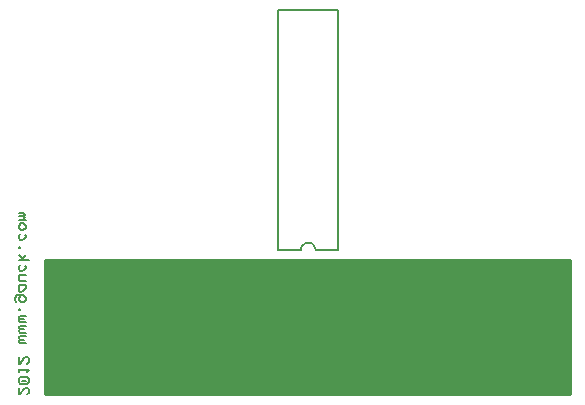
<source format=gbo>
%FSTAX24Y24*%
%MOIN*%
%IN card16pad.gbo *%
%ADD10C,0.0050*%
%ADD11C,0.0057*%
%ADD12C,0.0100*%
D11*X000589Y000291D02*G01X000646Y000348D01*Y000463D01*X000589Y00052D01*
X000532D01*X000475Y000463D01*X00036Y000291D01*X000303D01*Y00052D01*
X000589Y000863D02*X000646Y000805D01*Y000691D01*X000589Y000634D01*
X00036D01*X000303Y000691D01*Y000805D01*X00036Y000863D01*X000589D01*
X000532Y000748D02*X000417D01*X000589Y001034D02*X000646Y001091D01*
X000303D01*Y001148D01*Y001091D02*Y001034D01*X000589Y00132D02*
X000646Y001377D01*Y001491D01*X000589Y001548D01*X000532D01*
X000475Y001491D01*X00036Y00132D01*X000303D01*Y001548D01*
X000532Y002005D02*X00036D01*X000303Y002048D01*Y002077D01*
X00036Y00212D01*X000303Y002163D01*Y002191D01*X00036Y002234D01*
X000532D01*X00036Y00212D02*X000489D01*X000532Y002348D02*X00036D01*
X000303Y002391D01*Y00242D01*X00036Y002463D01*X000303Y002505D01*
Y002534D01*X00036Y002577D01*X000532D01*X00036Y002463D02*X000489D01*
X000532Y002691D02*X00036D01*X000303Y002734D01*Y002763D01*
X00036Y002805D01*X000303Y002848D01*Y002877D01*X00036Y00292D01*
X000532D01*X00036Y002805D02*X000489D01*X000303Y00312D02*Y003148D01*
X000332D01*Y00312D01*X000303D01*X000375Y003591D02*X000303Y00352D01*
Y003448D01*X000375Y003377D01*X000475D01*X000532Y003448D01*Y00352D01*
X00046Y003591D01*X000246D01*X000175Y00352D01*Y003448D01*
X000217Y003377D01*X000303Y003948D02*X000532D01*X000377Y00372D02*
X000449Y00374D01*X000497Y003771D01*X000523Y003811D01*X000532Y00384D01*
Y003863D01*Y003903D01*X000509Y003948D01*X000375Y00372D02*X000357D01*
X000346Y003723D01*X000332Y003731D01*X00032Y003751D01*X000303Y003791D01*
Y003854D01*X000329Y003914D01*X00036Y003948D01*X000532Y004277D02*
X000303D01*X00036D02*X000303Y00422D01*Y00412D01*X00036Y004063D01*
X000532D01*Y004563D02*X000503D01*X000532Y00452D01*Y004505D01*
X000517Y004477D01*X000475Y004434D01*X000403Y004405D01*X000375D01*
X000332Y00442D01*X000303Y004477D01*Y004548D01*X000346Y00462D01*
X000646Y004777D02*X000303D01*X000389D02*X00056Y004948D01*X000303D02*
X000432Y00482D01*X000303Y005177D02*Y005205D01*X000332D01*Y005177D01*
X000303D01*X000532Y005591D02*X000503D01*X000532Y005548D01*Y005534D01*
X000517Y005505D01*X000475Y005463D01*X000403Y005434D01*X000375D01*
X000332Y005448D01*X000303Y005505D01*Y005577D01*X000346Y005648D01*
X000375Y005777D02*X00046D01*X000532Y005848D01*Y00592D01*
X00046Y005991D01*X000375D01*X000303Y00592D01*Y005848D01*
X000375Y005777D01*X000303Y006227D02*X00046D01*X000531Y00628D01*
X00046Y006334D01*X000303D01*X00046Y00612D02*X000531Y006173D01*
X00046Y006227D01*X00056Y00612D02*X000303D01*D12*X001189Y000384D02*
X018689D01*X001189Y000433D02*X018689D01*X001189Y000483D02*X018689D01*
X001189Y000532D02*X018689D01*X001189Y000582D02*X018689D01*
X001189Y000631D02*X018689D01*X001189Y00068D02*X018689D01*
X001189Y00073D02*X018689D01*X001189Y000779D02*X018689D01*
X001189Y000829D02*X018689D01*X001189Y000878D02*X018689D01*
X001189Y000928D02*X018689D01*X001189Y000977D02*X018689D01*
X001189Y001027D02*X018689D01*X001189Y001076D02*X018689D01*
X001189Y001125D02*X018689D01*X001189Y001175D02*X018689D01*
X001189Y001224D02*X018689D01*X001189Y001274D02*X018689D01*
X001189Y001323D02*X018689D01*X001189Y001373D02*X018689D01*
X001189Y001422D02*X018689D01*X001189Y001472D02*X018689D01*
X001189Y001521D02*X018689D01*X001189Y00157D02*X018689D01*
X001189Y00162D02*X018689D01*X001189Y001669D02*X018689D01*
X001189Y001719D02*X018689D01*X001189Y001768D02*X018689D01*
X001189Y001818D02*X018689D01*X001189Y001867D02*X018689D01*
X001189Y001916D02*X018689D01*X001189Y001966D02*X018689D01*
X001189Y002015D02*X018689D01*X001189Y002065D02*X018689D01*
X001189Y002114D02*X018689D01*X001189Y002164D02*X018689D01*
X001189Y002213D02*X018689D01*X001189Y002263D02*X018689D01*
X001189Y002312D02*X018689D01*X001189Y002361D02*X018689D01*
X001189Y002411D02*X018689D01*X001189Y00246D02*X018689D01*
X001189Y00251D02*X018689D01*X001189Y002559D02*X018689D01*
X001189Y002609D02*X018689D01*X001189Y002658D02*X018689D01*
X001189Y002707D02*X018689D01*X001189Y002757D02*X018689D01*
X001189Y002806D02*X018689D01*X001189Y002856D02*X018689D01*
X001189Y002905D02*X018689D01*X001189Y002955D02*X018689D01*
X001189Y003004D02*X018689D01*X001189Y003054D02*X018689D01*
X001189Y003103D02*X018689D01*X001189Y003152D02*X018689D01*
X001189Y003202D02*X018689D01*X001189Y003251D02*X018689D01*
X001189Y003301D02*X018689D01*X001189Y00335D02*X018689D01*
X001189Y0034D02*X018689D01*X001189Y003449D02*X018689D01*
X001189Y003498D02*X018689D01*X001189Y003548D02*X018689D01*
X001189Y003597D02*X018689D01*X001189Y003647D02*X018689D01*
X001189Y003696D02*X018689D01*X001189Y003746D02*X018689D01*
X001189Y003795D02*X018689D01*X001189Y003845D02*X018689D01*
X001189Y003894D02*X018689D01*X001189Y003943D02*X018689D01*
X001189Y003993D02*X018689D01*X001189Y004042D02*X018689D01*
X001189Y004092D02*X018689D01*X001189Y004141D02*X018689D01*
X001189Y004191D02*X018689D01*X001189Y00424D02*X018689D01*
X001189Y004289D02*X018689D01*X001189Y004339D02*X018689D01*
X001189Y004388D02*X018689D01*X001189Y004438D02*X018689D01*
X001189Y004487D02*X018689D01*X001189Y004537D02*X018689D01*
X001189Y004586D02*X018689D01*X001189Y004636D02*X018689D01*
X001189Y004685D02*X018689D01*X001189Y004734D02*X018689D01*
X001185Y000316D02*X018685D01*X001185Y000366D02*X018685D01*
X001185Y000415D02*X018685D01*X001185Y000464D02*X018685D01*
X001185Y000514D02*X018685D01*X001185Y000563D02*X018685D01*
X001185Y000613D02*X018685D01*X001185Y000662D02*X018685D01*
X001185Y000712D02*X018685D01*X001185Y000761D02*X018685D01*
X001185Y000811D02*X018685D01*X001185Y00086D02*X018685D01*
X001185Y000909D02*X018685D01*X001185Y000959D02*X018685D01*
X001185Y001008D02*X018685D01*X001185Y001058D02*X018685D01*
X001185Y001107D02*X018685D01*X001185Y001157D02*X018685D01*
X001185Y001206D02*X018685D01*X001185Y001255D02*X018685D01*
X001185Y001305D02*X018685D01*X001185Y001354D02*X018685D01*
X001185Y001404D02*X018685D01*X001185Y001453D02*X018685D01*
X001185Y001503D02*X018685D01*X001185Y001552D02*X018685D01*
X001185Y001602D02*X018685D01*X001185Y001651D02*X018685D01*
X001185Y0017D02*X018685D01*X001185Y00175D02*X018685D01*
X001185Y001799D02*X018685D01*X001185Y001849D02*X018685D01*
X001185Y001898D02*X018685D01*X001185Y001948D02*X018685D01*
X001185Y001997D02*X018685D01*X001185Y002046D02*X018685D01*
X001185Y002096D02*X018685D01*X001185Y002145D02*X018685D01*
X001185Y002195D02*X018685D01*X001185Y002244D02*X018685D01*
X001185Y002294D02*X018685D01*X001185Y002343D02*X018685D01*
X001185Y002393D02*X018685D01*X001185Y002442D02*X018685D01*
X001185Y002491D02*X018685D01*X001185Y002541D02*X018685D01*
X001185Y00259D02*X018685D01*X001185Y00264D02*X018685D01*
X001185Y002689D02*X018685D01*X001185Y002739D02*X018685D01*
X001185Y002788D02*X018685D01*X001185Y002837D02*X018685D01*
X001185Y002887D02*X018685D01*X001185Y002936D02*X018685D01*
X001185Y002986D02*X018685D01*X001185Y003035D02*X018685D01*
X001185Y003085D02*X018685D01*X001185Y003134D02*X018685D01*
X001185Y003184D02*X018685D01*X001185Y003233D02*X018685D01*
X001185Y003282D02*X018685D01*X001185Y003332D02*X018685D01*
X001185Y003381D02*X018685D01*X001185Y003431D02*X018685D01*
X001185Y00348D02*X018685D01*X001185Y00353D02*X018685D01*
X001185Y003579D02*X018685D01*X001185Y003628D02*X018685D01*
X001185Y003678D02*X018685D01*X001185Y003727D02*X018685D01*
X001185Y003777D02*X018685D01*X001185Y003826D02*X018685D01*
X001185Y003876D02*X018685D01*X001185Y003925D02*X018685D01*
X001185Y003975D02*X018685D01*X001185Y004024D02*X018685D01*
X001185Y004073D02*X018685D01*X001185Y004123D02*X018685D01*
X001185Y004172D02*X018685D01*X001185Y004222D02*X018685D01*
X001185Y004271D02*X018685D01*X001185Y004321D02*X018685D01*
X001185Y00437D02*X018685D01*X001185Y00442D02*X018685D01*
X001185Y004469D02*X018685D01*X001185Y004518D02*X018685D01*
X001185Y004568D02*X018685D01*X001185Y004617D02*X018685D01*
X001185Y004667D02*X018685D01*D10*X01021Y005091D02*X01096D01*Y013091D01*
X00896D01*Y005091D01*X00971D01*X009722Y005168D01*X009758Y005238D01*
X009813Y005293D01*X009883Y005329D01*X00996Y005341D01*X010037Y005329D01*
X010107Y005293D01*X010162Y005238D01*X010198Y005168D01*X01021Y005091D01*
D12*X018689Y000384D02*Y004784D01*X001189D01*Y000384D01*X018689D01*
X018685Y000316D02*Y004716D01*X001185D01*Y000316D01*X018685D01*
M02*
</source>
